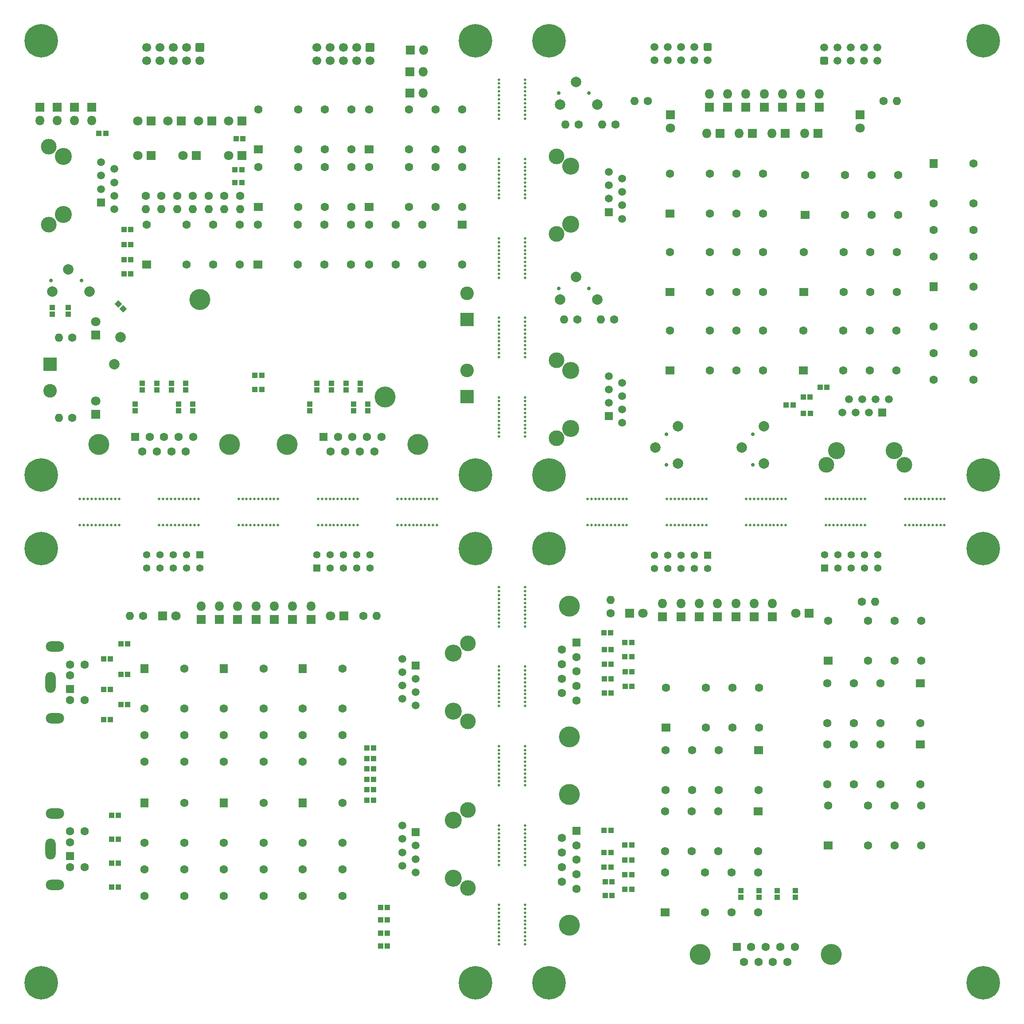
<source format=gbs>
G04 #@! TF.GenerationSoftware,KiCad,Pcbnew,(6.0.1)*
G04 #@! TF.CreationDate,2023-03-04T18:11:18-05:00*
G04 #@! TF.ProjectId,InterfaceModule,496e7465-7266-4616-9365-4d6f64756c65,rev?*
G04 #@! TF.SameCoordinates,Original*
G04 #@! TF.FileFunction,Soldermask,Bot*
G04 #@! TF.FilePolarity,Negative*
%FSLAX46Y46*%
G04 Gerber Fmt 4.6, Leading zero omitted, Abs format (unit mm)*
G04 Created by KiCad (PCBNEW (6.0.1)) date 2023-03-04 18:11:18*
%MOMM*%
%LPD*%
G01*
G04 APERTURE LIST*
G04 Aperture macros list*
%AMRoundRect*
0 Rectangle with rounded corners*
0 $1 Rounding radius*
0 $2 $3 $4 $5 $6 $7 $8 $9 X,Y pos of 4 corners*
0 Add a 4 corners polygon primitive as box body*
4,1,4,$2,$3,$4,$5,$6,$7,$8,$9,$2,$3,0*
0 Add four circle primitives for the rounded corners*
1,1,$1+$1,$2,$3*
1,1,$1+$1,$4,$5*
1,1,$1+$1,$6,$7*
1,1,$1+$1,$8,$9*
0 Add four rect primitives between the rounded corners*
20,1,$1+$1,$2,$3,$4,$5,0*
20,1,$1+$1,$4,$5,$6,$7,0*
20,1,$1+$1,$6,$7,$8,$9,0*
20,1,$1+$1,$8,$9,$2,$3,0*%
%AMRotRect*
0 Rectangle, with rotation*
0 The origin of the aperture is its center*
0 $1 length*
0 $2 width*
0 $3 Rotation angle, in degrees counterclockwise*
0 Add horizontal line*
21,1,$1,$2,0,0,$3*%
G04 Aperture macros list end*
%ADD10C,1.600000*%
%ADD11R,1.600000X1.800000*%
%ADD12O,1.600000X1.600000*%
%ADD13R,1.800000X1.800000*%
%ADD14O,1.800000X1.800000*%
%ADD15R,1.600000X1.600000*%
%ADD16O,3.500000X2.000000*%
%ADD17O,2.000000X4.000000*%
%ADD18C,1.800000*%
%ADD19C,6.400000*%
%ADD20RoundRect,0.205883X-0.494117X0.494117X-0.494117X-0.494117X0.494117X-0.494117X0.494117X0.494117X0*%
%ADD21C,1.400000*%
%ADD22RoundRect,0.205883X0.494117X-0.494117X0.494117X0.494117X-0.494117X0.494117X-0.494117X-0.494117X0*%
%ADD23C,0.500000*%
%ADD24R,1.800000X1.600000*%
%ADD25C,0.700000*%
%ADD26C,2.000000*%
%ADD27C,3.250000*%
%ADD28R,1.500000X1.500000*%
%ADD29C,1.500000*%
%ADD30C,3.000000*%
%ADD31C,2.010000*%
%ADD32C,4.000000*%
%ADD33R,2.600000X2.600000*%
%ADD34C,2.600000*%
%ADD35RoundRect,0.220589X-0.529411X0.529411X-0.529411X-0.529411X0.529411X-0.529411X0.529411X0.529411X0*%
%ADD36RoundRect,0.220589X0.529411X-0.529411X0.529411X0.529411X-0.529411X0.529411X-0.529411X-0.529411X0*%
%ADD37RoundRect,0.250000X-0.600000X0.600000X-0.600000X-0.600000X0.600000X-0.600000X0.600000X0.600000X0*%
%ADD38C,1.700000*%
%ADD39R,1.000000X1.000000*%
%ADD40RotRect,1.000000X1.000000X315.000000*%
G04 APERTURE END LIST*
D10*
X184525000Y-45065000D03*
X184525000Y-50145000D03*
X184525000Y-55225000D03*
X192145000Y-45065000D03*
X192145000Y-50145000D03*
X192145000Y-55225000D03*
D11*
X184525000Y-37445000D03*
D10*
X192145000Y-37445000D03*
X40000000Y-43655000D03*
D12*
X40000000Y-46195000D03*
D13*
X55052167Y-124557498D03*
D14*
X55052167Y-122017498D03*
D10*
X52000000Y-43655000D03*
D12*
X52000000Y-46195000D03*
D15*
X19475001Y-169751664D03*
D10*
X19475001Y-167151664D03*
X19475001Y-171851664D03*
X19475001Y-165051664D03*
X22275001Y-171851664D03*
X22275001Y-165051664D03*
D16*
X16625001Y-175301664D03*
D17*
X15825001Y-168451664D03*
D16*
X16625001Y-161601664D03*
D13*
X46571667Y-29300000D03*
D18*
X44031667Y-29300000D03*
D13*
X71875000Y-123900000D03*
D18*
X69335000Y-123900000D03*
D19*
X194000002Y-193999999D03*
D10*
X129945001Y-25500000D03*
D12*
X127405001Y-25500000D03*
D20*
X141336668Y-112250327D03*
D21*
X141336668Y-114790327D03*
X138796668Y-112250327D03*
X138796668Y-114790327D03*
X136256668Y-112250327D03*
X136256668Y-114790327D03*
X133716668Y-112250327D03*
X133716668Y-114790327D03*
X131176668Y-112250327D03*
X131176668Y-114790327D03*
D22*
X66663333Y-114714999D03*
D21*
X66663333Y-112174999D03*
X69203333Y-114714999D03*
X69203333Y-112174999D03*
X71743333Y-114714999D03*
X71743333Y-112174999D03*
X74283333Y-114714999D03*
X74283333Y-112174999D03*
X76823333Y-114714999D03*
X76823333Y-112174999D03*
D10*
X19945001Y-70700000D03*
D12*
X17405001Y-70700000D03*
D23*
X58500001Y-106500000D03*
X55500001Y-101500000D03*
X51750001Y-106500000D03*
X57000001Y-101500000D03*
X52500001Y-101500000D03*
X53250001Y-106500000D03*
X56250001Y-106500000D03*
X52500001Y-106500000D03*
X58500001Y-101500000D03*
X54000001Y-106500000D03*
X54000001Y-101500000D03*
X56250001Y-101500000D03*
X57750001Y-106500000D03*
X53250001Y-101500000D03*
X57750001Y-101500000D03*
X57000001Y-106500000D03*
X52500001Y-106500000D03*
X52500001Y-101500000D03*
X59250001Y-106500000D03*
X51750001Y-101500000D03*
X55500001Y-106500000D03*
X54750001Y-101500000D03*
X54750001Y-106500000D03*
X59250001Y-101500000D03*
D10*
X140802502Y-180500000D03*
X145882502Y-180500000D03*
X150962502Y-180500000D03*
X140802502Y-172880000D03*
X145882502Y-172880000D03*
X150962502Y-172880000D03*
D24*
X133182502Y-180500000D03*
D10*
X133182502Y-172880000D03*
D25*
X133518335Y-95000000D03*
X133518335Y-89210000D03*
D26*
X131383335Y-91710000D03*
X135653335Y-94750000D03*
X135653335Y-87660000D03*
D23*
X125150001Y-101500000D03*
X119900001Y-101500000D03*
X121400001Y-106500000D03*
X119150001Y-101500000D03*
X125150001Y-106500000D03*
X118400001Y-101500000D03*
X122150001Y-101500000D03*
X119150001Y-106500000D03*
X125900001Y-101500000D03*
X122900001Y-101500000D03*
X124400001Y-106500000D03*
X120650001Y-106500000D03*
X120650001Y-101500000D03*
X125900001Y-106500000D03*
X122900001Y-106500000D03*
X119150001Y-101500000D03*
X119150001Y-106500000D03*
X118400001Y-106500000D03*
X121400001Y-101500000D03*
X122150001Y-106500000D03*
X124400001Y-101500000D03*
X119900001Y-106500000D03*
X123650001Y-101500000D03*
X123650001Y-106500000D03*
X66925001Y-101500000D03*
X71425001Y-101500000D03*
X66925001Y-106500000D03*
X74425001Y-106500000D03*
X67675001Y-106500000D03*
X68425001Y-101500000D03*
X69925001Y-106500000D03*
X69925001Y-101500000D03*
X70675001Y-106500000D03*
X67675001Y-101500000D03*
X70675001Y-101500000D03*
X73675001Y-106500000D03*
X72175001Y-101500000D03*
X67675001Y-101500000D03*
X73675001Y-101500000D03*
X74425001Y-101500000D03*
X72175001Y-106500000D03*
X67675001Y-106500000D03*
X71425001Y-106500000D03*
X72925001Y-101500000D03*
X69175001Y-106500000D03*
X68425001Y-106500000D03*
X69175001Y-101500000D03*
X72925001Y-106500000D03*
D10*
X141802501Y-47000000D03*
X146882501Y-47000000D03*
X151962501Y-47000000D03*
X141802501Y-39380000D03*
X146882501Y-39380000D03*
X151962501Y-39380000D03*
D24*
X134182501Y-47000000D03*
D10*
X134182501Y-39380000D03*
D23*
X38825001Y-106500000D03*
X41825001Y-106500000D03*
X44075001Y-106500000D03*
X39575001Y-106500000D03*
X41075001Y-106500000D03*
X36575001Y-106500000D03*
X37325001Y-106500000D03*
X42575001Y-101500000D03*
X42575001Y-106500000D03*
X41075001Y-101500000D03*
X38825001Y-101500000D03*
X36575001Y-101500000D03*
X37325001Y-106500000D03*
X40325001Y-106500000D03*
X44075001Y-101500000D03*
X43325001Y-106500000D03*
X38075001Y-106500000D03*
X40325001Y-101500000D03*
X41825001Y-101500000D03*
X38075001Y-101500000D03*
X43325001Y-101500000D03*
X37325001Y-101500000D03*
X37325001Y-101500000D03*
X39575001Y-101500000D03*
D13*
X146750002Y-124047664D03*
D14*
X146750002Y-121507664D03*
D10*
X171985002Y-167702663D03*
X177065002Y-167702663D03*
X182145002Y-167702663D03*
X171985002Y-160082663D03*
X177065002Y-160082663D03*
X182145002Y-160082663D03*
D24*
X164365002Y-167702663D03*
D10*
X164365002Y-160082663D03*
X141802501Y-77000000D03*
X146882501Y-77000000D03*
X151962501Y-77000000D03*
X141802501Y-69380000D03*
X146882501Y-69380000D03*
X151962501Y-69380000D03*
D24*
X134182501Y-77000000D03*
D10*
X134182501Y-69380000D03*
D25*
X150000001Y-89210000D03*
X150000001Y-95000000D03*
D26*
X147865001Y-91710000D03*
X152135001Y-94750000D03*
X152135001Y-87660000D03*
D13*
X84500000Y-15800000D03*
D14*
X87040000Y-15800000D03*
D27*
X165970001Y-92295000D03*
X177030001Y-92295000D03*
D28*
X174712001Y-85025000D03*
D29*
X175987001Y-82475000D03*
X172162001Y-85025000D03*
X173437001Y-82475000D03*
X169612001Y-85025000D03*
X170887001Y-82475000D03*
X167062001Y-85025000D03*
X168337001Y-82475000D03*
D30*
X164065001Y-95030000D03*
X178935001Y-95030000D03*
D25*
X118685001Y-61272500D03*
X112895001Y-61272500D03*
D26*
X116185001Y-59137500D03*
X113145001Y-63407500D03*
X120235001Y-63407500D03*
D10*
X63078674Y-45750000D03*
X68158674Y-45750000D03*
X73238674Y-45750000D03*
X63078674Y-38130000D03*
X68158674Y-38130000D03*
X73238674Y-38130000D03*
D24*
X55458674Y-45750000D03*
D10*
X55458674Y-38130000D03*
D31*
X28000001Y-75762500D03*
X29200001Y-70662500D03*
D23*
X101499999Y-28150002D03*
X106499999Y-22150002D03*
X101499999Y-28900002D03*
X106499999Y-22900002D03*
X101499999Y-26650002D03*
X101499999Y-21400002D03*
X106499999Y-26650002D03*
X106499999Y-25900002D03*
X101499999Y-24400002D03*
X106499999Y-23650002D03*
X101499999Y-28150002D03*
X106499999Y-24400002D03*
X106499999Y-27400002D03*
X106499999Y-21400002D03*
X106499999Y-28150002D03*
X106499999Y-28900002D03*
X101499999Y-22150002D03*
X101499999Y-23650002D03*
X106499999Y-25150002D03*
X101499999Y-25900002D03*
X101499999Y-22900002D03*
X101499999Y-25150002D03*
X106499999Y-28150002D03*
X101499999Y-27400002D03*
D10*
X167620001Y-47262500D03*
X172700001Y-47262500D03*
X177780001Y-47262500D03*
X167620001Y-39642500D03*
X172700001Y-39642500D03*
X177780001Y-39642500D03*
D24*
X160000001Y-47262500D03*
D10*
X160000001Y-39642500D03*
X174380002Y-148477663D03*
X169300002Y-148477663D03*
X164220002Y-148477663D03*
X174380002Y-156097663D03*
X169300002Y-156097663D03*
X164220002Y-156097663D03*
D24*
X182000002Y-148477663D03*
D10*
X182000002Y-156097663D03*
D27*
X115205002Y-76970000D03*
X115205002Y-88030000D03*
D28*
X122475002Y-85712000D03*
D29*
X125025002Y-86987000D03*
X122475002Y-83162000D03*
X125025002Y-84437000D03*
X122475002Y-80612000D03*
X125025002Y-81887000D03*
X122475002Y-78062000D03*
X125025002Y-79337000D03*
D30*
X112470002Y-89935000D03*
X112470002Y-75065000D03*
D23*
X106500001Y-179849999D03*
X106500001Y-180599999D03*
X101500001Y-185849999D03*
X106500001Y-185849999D03*
X106500001Y-182099999D03*
X101500001Y-181349999D03*
X106500001Y-182849999D03*
X106500001Y-186599999D03*
X106500001Y-183599999D03*
X101500001Y-182099999D03*
X101500001Y-186599999D03*
X101500001Y-183599999D03*
X101500001Y-180599999D03*
X101500001Y-179849999D03*
X101500001Y-182849999D03*
X106500001Y-181349999D03*
X101500001Y-179099999D03*
X101500001Y-185099999D03*
X106500001Y-179099999D03*
X106500001Y-179849999D03*
X101500001Y-179849999D03*
X106500001Y-185099999D03*
X106500001Y-184349999D03*
X101500001Y-184349999D03*
D10*
X167300378Y-76994874D03*
X172380378Y-76994874D03*
X177460378Y-76994874D03*
X167300378Y-69374874D03*
X172380378Y-69374874D03*
X177460378Y-69374874D03*
D24*
X159680378Y-76994874D03*
D10*
X159680378Y-69374874D03*
X33762501Y-141564998D03*
X33762501Y-146644998D03*
X33762501Y-151724998D03*
X41382501Y-141564998D03*
X41382501Y-146644998D03*
X41382501Y-151724998D03*
D11*
X33762501Y-133944998D03*
D10*
X41382501Y-133944998D03*
D13*
X148653948Y-26684807D03*
D14*
X148653948Y-24144807D03*
D10*
X63078674Y-34750000D03*
X68158674Y-34750000D03*
X73238674Y-34750000D03*
X63078674Y-27130000D03*
X68158674Y-27130000D03*
X73238674Y-27130000D03*
D24*
X55458674Y-34750000D03*
D10*
X55458674Y-27130000D03*
D13*
X132750003Y-124030011D03*
D14*
X132750003Y-121490011D03*
D27*
X115205002Y-37970000D03*
X115205002Y-49030000D03*
D28*
X122475002Y-46712000D03*
D29*
X125025002Y-47987000D03*
X122475002Y-44162000D03*
X125025002Y-45437000D03*
X122475002Y-41612000D03*
X125025002Y-42887000D03*
X122475002Y-39062000D03*
X125025002Y-40337000D03*
D30*
X112470002Y-36065000D03*
X112470002Y-50935000D03*
D10*
X116470001Y-67262500D03*
D12*
X113930001Y-67262500D03*
D10*
X33500000Y-123900000D03*
D12*
X30960000Y-123900000D03*
D10*
X19945002Y-86000000D03*
D12*
X17405002Y-86000000D03*
D23*
X181350001Y-106500000D03*
X183600001Y-101500000D03*
X184350001Y-106500000D03*
X179850001Y-101500000D03*
X180600001Y-106500000D03*
X182100001Y-101500000D03*
X183600001Y-106500000D03*
X186600001Y-106500000D03*
X179100001Y-106500000D03*
X185850001Y-106500000D03*
X184350001Y-101500000D03*
X185100001Y-101500000D03*
X182850001Y-101500000D03*
X185850001Y-101500000D03*
X185100001Y-106500000D03*
X182100001Y-106500000D03*
X179100001Y-101500000D03*
X181350001Y-101500000D03*
X182850001Y-106500000D03*
X179850001Y-106500000D03*
X179850001Y-106500000D03*
X179850001Y-101500000D03*
X180600001Y-101500000D03*
X186600001Y-101500000D03*
D10*
X116720001Y-30000000D03*
D12*
X114180001Y-30000000D03*
D32*
X44300001Y-63462500D03*
X79700001Y-82062500D03*
D25*
X118685002Y-24010000D03*
X112895002Y-24010000D03*
D26*
X116185002Y-21875000D03*
X113145002Y-26145000D03*
X120235002Y-26145000D03*
D10*
X34000000Y-43654999D03*
D12*
X34000000Y-46194999D03*
D20*
X44330001Y-112222498D03*
D21*
X44330001Y-114762498D03*
X41790001Y-112222498D03*
X41790001Y-114762498D03*
X39250001Y-112222498D03*
X39250001Y-114762498D03*
X36710001Y-112222498D03*
X36710001Y-114762498D03*
X34170001Y-112222498D03*
X34170001Y-114762498D03*
D13*
X136250002Y-124047662D03*
D14*
X136250002Y-121507662D03*
D19*
X111000002Y-14000000D03*
D13*
X84454999Y-19900000D03*
D14*
X86994999Y-19900000D03*
D33*
X15695001Y-75830001D03*
D34*
X15695001Y-80830001D03*
D32*
X49990001Y-91089670D03*
X24990001Y-91089670D03*
D15*
X31950001Y-89669670D03*
D10*
X34720001Y-89669670D03*
X37490001Y-89669670D03*
X40260001Y-89669670D03*
X43030001Y-89669670D03*
X33335001Y-92509670D03*
X36105001Y-92509670D03*
X38875001Y-92509670D03*
X41645001Y-92509670D03*
X170855000Y-121200000D03*
D12*
X173395000Y-121200000D03*
D23*
X165425001Y-101500000D03*
X167675001Y-101500000D03*
X166175001Y-101500000D03*
X164675001Y-101500000D03*
X164675001Y-106500000D03*
X167675001Y-106500000D03*
X163925001Y-106500000D03*
X164675001Y-101500000D03*
X166925001Y-106500000D03*
X170675001Y-101500000D03*
X171425001Y-106500000D03*
X165425001Y-106500000D03*
X169175001Y-106500000D03*
X170675001Y-106500000D03*
X169925001Y-101500000D03*
X169925001Y-106500000D03*
X166925001Y-101500000D03*
X168425001Y-101500000D03*
X166175001Y-106500000D03*
X168425001Y-106500000D03*
X163925001Y-101500000D03*
X164675001Y-106500000D03*
X169175001Y-101500000D03*
X171425001Y-101500000D03*
D35*
X141380001Y-15210000D03*
D29*
X141380001Y-17750000D03*
X138840001Y-15210000D03*
X138840001Y-17750000D03*
X136300001Y-15210000D03*
X136300001Y-17750000D03*
X133760001Y-15210000D03*
X133760001Y-17750000D03*
X131220001Y-15210000D03*
X131220001Y-17750000D03*
D13*
X159153948Y-26684807D03*
D14*
X159153948Y-24144807D03*
D13*
X44552167Y-124539847D03*
D14*
X44552167Y-121999847D03*
D10*
X37000000Y-43655000D03*
D12*
X37000000Y-46195000D03*
D19*
X97000001Y-14000001D03*
D13*
X35040000Y-35900000D03*
D18*
X32500000Y-35900000D03*
D13*
X24400000Y-85400000D03*
D18*
X24400000Y-82860000D03*
D10*
X46000000Y-43655000D03*
D12*
X46000000Y-46195000D03*
D13*
X84454999Y-24000000D03*
D14*
X86994999Y-24000000D03*
D10*
X143447502Y-149525000D03*
X138367502Y-149525000D03*
X133287502Y-149525000D03*
X143447502Y-157145000D03*
X138367502Y-157145000D03*
X133287502Y-157145000D03*
D24*
X151067502Y-149525000D03*
D10*
X151067502Y-157145000D03*
D13*
X153750002Y-124047663D03*
D14*
X153750002Y-121507663D03*
D27*
X92795001Y-173971664D03*
X92795001Y-162911664D03*
D28*
X85525001Y-165229664D03*
D29*
X82975001Y-163954664D03*
X85525001Y-167779664D03*
X82975001Y-166504664D03*
X85525001Y-170329664D03*
X82975001Y-169054664D03*
X85525001Y-172879664D03*
X82975001Y-171604664D03*
D30*
X95530001Y-175876664D03*
X95530001Y-161006664D03*
D13*
X13750001Y-26717500D03*
D14*
X13750001Y-29257500D03*
D13*
X143697283Y-31639807D03*
D14*
X141157283Y-31639807D03*
D13*
X62052167Y-124557498D03*
D14*
X62052167Y-122017498D03*
D32*
X114910333Y-121989999D03*
X114910333Y-146989999D03*
D15*
X116330333Y-128949999D03*
D10*
X116330333Y-131719999D03*
X116330333Y-134489999D03*
X116330333Y-137259999D03*
X116330333Y-140029999D03*
X113490333Y-130334999D03*
X113490333Y-133104999D03*
X113490333Y-135874999D03*
X113490333Y-138644999D03*
X43000000Y-43660000D03*
D12*
X43000000Y-46200000D03*
D10*
X123470001Y-67262500D03*
D12*
X120930001Y-67262500D03*
D10*
X49000000Y-43655000D03*
D12*
X49000000Y-46195000D03*
D23*
X101500000Y-88850002D03*
X101500000Y-83600002D03*
X101500000Y-88100002D03*
X106500000Y-88850002D03*
X101500000Y-85100002D03*
X106500000Y-89600002D03*
X101500000Y-85850002D03*
X101500000Y-82100002D03*
X106500000Y-84350002D03*
X106500000Y-82850002D03*
X106500000Y-88850002D03*
X106500000Y-83600002D03*
X101500000Y-84350002D03*
X106500000Y-86600002D03*
X106500000Y-82100002D03*
X106500000Y-87350002D03*
X101500000Y-88850002D03*
X106500000Y-85850002D03*
X101500000Y-82850002D03*
X101500000Y-89600002D03*
X106500000Y-85100002D03*
X101500000Y-86600002D03*
X101500000Y-87350002D03*
X106500000Y-88100002D03*
X106500000Y-55500002D03*
X101500000Y-51750002D03*
X101500000Y-57750002D03*
X101500000Y-55500002D03*
X101500000Y-52500002D03*
X101500000Y-54750002D03*
X101500000Y-56250002D03*
X101500000Y-59250002D03*
X101500000Y-53250002D03*
X106500000Y-54000002D03*
X106500000Y-57750002D03*
X101500000Y-58500002D03*
X106500000Y-54750002D03*
X106500000Y-59250002D03*
X106500000Y-51750002D03*
X106500000Y-53250002D03*
X101500000Y-54000002D03*
X106500000Y-58500002D03*
X106500000Y-58500002D03*
X106500000Y-52500002D03*
X106500000Y-56250002D03*
X106500000Y-57000002D03*
X101500000Y-57000002D03*
X101500000Y-58500002D03*
D19*
X194000002Y-110999999D03*
D13*
X149945001Y-31639807D03*
D14*
X147405001Y-31639807D03*
D13*
X65552167Y-124557498D03*
D14*
X65552167Y-122017498D03*
D10*
X86835646Y-49120850D03*
X81755646Y-49120850D03*
X76675646Y-49120850D03*
X86835646Y-56740850D03*
X81755646Y-56740850D03*
X76675646Y-56740850D03*
D24*
X94455646Y-49120850D03*
D10*
X94455646Y-56740850D03*
D36*
X163600001Y-17762500D03*
D29*
X163600001Y-15222500D03*
X166140001Y-17762500D03*
X166140001Y-15222500D03*
X168680001Y-17762500D03*
X168680001Y-15222500D03*
X171220001Y-17762500D03*
X171220001Y-15222500D03*
X173760001Y-17762500D03*
X173760001Y-15222500D03*
D13*
X156193948Y-31639807D03*
D14*
X153653948Y-31639807D03*
D33*
X95400001Y-82012500D03*
D34*
X95400001Y-77012500D03*
D32*
X114910333Y-157989999D03*
X114910333Y-182989999D03*
D15*
X116330333Y-164949999D03*
D10*
X116330333Y-167719999D03*
X116330333Y-170489999D03*
X116330333Y-173259999D03*
X116330333Y-176029999D03*
X113490333Y-166334999D03*
X113490333Y-169104999D03*
X113490333Y-171874999D03*
X113490333Y-174644999D03*
D32*
X60990001Y-91089670D03*
X85990001Y-91089670D03*
D15*
X67950001Y-89669670D03*
D10*
X70720001Y-89669670D03*
X73490001Y-89669670D03*
X76260001Y-89669670D03*
X79030001Y-89669670D03*
X69335001Y-92509670D03*
X72105001Y-92509670D03*
X74875001Y-92509670D03*
X77645001Y-92509670D03*
D19*
X194000002Y-97000000D03*
D23*
X139575001Y-101500000D03*
X140325001Y-106500000D03*
X136575001Y-101500000D03*
X141075001Y-101500000D03*
X134325001Y-101500000D03*
X138075001Y-106500000D03*
X134325001Y-106500000D03*
X133575001Y-101500000D03*
X135075001Y-101500000D03*
X135075001Y-106500000D03*
X140325001Y-101500000D03*
X137325001Y-101500000D03*
X134325001Y-101500000D03*
X139575001Y-106500000D03*
X136575001Y-106500000D03*
X135825001Y-101500000D03*
X138075001Y-101500000D03*
X138825001Y-101500000D03*
X135825001Y-106500000D03*
X141075001Y-106500000D03*
X133575001Y-106500000D03*
X138825001Y-106500000D03*
X137325001Y-106500000D03*
X134325001Y-106500000D03*
D13*
X126425000Y-123400000D03*
D18*
X128965000Y-123400000D03*
D10*
X84328674Y-45750000D03*
X89408674Y-45750000D03*
X94488674Y-45750000D03*
X84328674Y-38130000D03*
X89408674Y-38130000D03*
X94488674Y-38130000D03*
D24*
X76708674Y-45750000D03*
D10*
X76708674Y-38130000D03*
X123720001Y-30000000D03*
D12*
X121180001Y-30000000D03*
D23*
X101500000Y-135074999D03*
X101500000Y-138824999D03*
X106500000Y-134324999D03*
X101500000Y-141074999D03*
X106500000Y-133574999D03*
X101500000Y-136574999D03*
X101500000Y-134324999D03*
X101500000Y-133574999D03*
X101500000Y-139574999D03*
X101500000Y-134324999D03*
X101500000Y-138074999D03*
X106500000Y-137324999D03*
X106500000Y-138074999D03*
X101500000Y-135824999D03*
X106500000Y-139574999D03*
X106500000Y-136574999D03*
X106500000Y-138824999D03*
X106500000Y-135074999D03*
X101500000Y-140324999D03*
X106500000Y-134324999D03*
X101500000Y-137324999D03*
X106500000Y-141074999D03*
X106500000Y-140324999D03*
X106500000Y-135824999D03*
D10*
X141802501Y-62000000D03*
X146882501Y-62000000D03*
X151962501Y-62000000D03*
X141802501Y-54380000D03*
X146882501Y-54380000D03*
X151962501Y-54380000D03*
D24*
X134182501Y-62000000D03*
D10*
X134182501Y-54380000D03*
D19*
X111000002Y-97000000D03*
D37*
X44330001Y-15260000D03*
D38*
X44330001Y-17800000D03*
X41790001Y-15260000D03*
X41790001Y-17800000D03*
X39250001Y-15260000D03*
X39250001Y-17800000D03*
X36710001Y-15260000D03*
X36710001Y-17800000D03*
X34170001Y-15260000D03*
X34170001Y-17800000D03*
D10*
X122800000Y-123400000D03*
D12*
X122800000Y-120860000D03*
D10*
X174380002Y-136727663D03*
X169300002Y-136727663D03*
X164220002Y-136727663D03*
X174380002Y-144347663D03*
X169300002Y-144347663D03*
X164220002Y-144347663D03*
D24*
X182000002Y-136727663D03*
D10*
X182000002Y-144347663D03*
D22*
X163663334Y-114752663D03*
D21*
X163663334Y-112212663D03*
X166203334Y-114752663D03*
X166203334Y-112212663D03*
X168743334Y-114752663D03*
X168743334Y-112212663D03*
X171283334Y-114752663D03*
X171283334Y-112212663D03*
X173823334Y-114752663D03*
X173823334Y-112212663D03*
D13*
X143250001Y-124047661D03*
D14*
X143250001Y-121507661D03*
D23*
X21400001Y-106500000D03*
X25150001Y-101500000D03*
X24400001Y-106500000D03*
X27400001Y-101500000D03*
X25900001Y-101500000D03*
X28150001Y-101500000D03*
X23650001Y-101500000D03*
X23650001Y-106500000D03*
X22900001Y-101500000D03*
X26650001Y-101500000D03*
X28900001Y-106500000D03*
X22150001Y-101500000D03*
X25900001Y-106500000D03*
X22900001Y-106500000D03*
X22150001Y-106500000D03*
X27400001Y-106500000D03*
X28150001Y-106500000D03*
X22150001Y-101500000D03*
X28900001Y-101500000D03*
X26650001Y-106500000D03*
X21400001Y-101500000D03*
X24400001Y-101500000D03*
X25150001Y-106500000D03*
X22150001Y-106500000D03*
D10*
X48881251Y-167244164D03*
X48881251Y-172324164D03*
X48881251Y-177404164D03*
X56501251Y-167244164D03*
X56501251Y-172324164D03*
X56501251Y-177404164D03*
D11*
X48881251Y-159624164D03*
D10*
X56501251Y-159624164D03*
D15*
X19475001Y-137868332D03*
D10*
X19475001Y-135268332D03*
X19475001Y-139968332D03*
X19475001Y-133168332D03*
X22275001Y-139968332D03*
X22275001Y-133168332D03*
D16*
X16625001Y-143418332D03*
D17*
X15825001Y-136568332D03*
D16*
X16625001Y-129718332D03*
D32*
X139949998Y-188589669D03*
X164949998Y-188589669D03*
D15*
X146909998Y-187169669D03*
D10*
X149679998Y-187169669D03*
X152449998Y-187169669D03*
X155219998Y-187169669D03*
X157989998Y-187169669D03*
X148294998Y-190009669D03*
X151064998Y-190009669D03*
X153834998Y-190009669D03*
X156604998Y-190009669D03*
D13*
X52350000Y-29300000D03*
D18*
X49810000Y-29300000D03*
D13*
X160775000Y-123400000D03*
D18*
X158235000Y-123400000D03*
D23*
X101500000Y-73675002D03*
X101500000Y-67675002D03*
X101500000Y-72925002D03*
X106500000Y-73675002D03*
X106500000Y-69925002D03*
X106500000Y-67675002D03*
X106500000Y-71425002D03*
X101500000Y-71425002D03*
X106500000Y-68425002D03*
X106500000Y-74425002D03*
X106500000Y-73675002D03*
X101500000Y-69925002D03*
X101500000Y-68425002D03*
X101500000Y-69175002D03*
X106500000Y-72925002D03*
X106500000Y-70675002D03*
X101500000Y-73675002D03*
X101500000Y-72175002D03*
X101500000Y-70675002D03*
X101500000Y-66925002D03*
X106500000Y-66925002D03*
X106500000Y-69175002D03*
X101500000Y-74425002D03*
X106500000Y-72175002D03*
D13*
X58552167Y-124557498D03*
D14*
X58552167Y-122017498D03*
D10*
X84328674Y-34750000D03*
X89408674Y-34750000D03*
X94488674Y-34750000D03*
X84328674Y-27130000D03*
X89408674Y-27130000D03*
X94488674Y-27130000D03*
D24*
X76708674Y-34750000D03*
D10*
X76708674Y-27130000D03*
D13*
X48052167Y-124557498D03*
D14*
X48052167Y-122017498D03*
D13*
X145153948Y-26684807D03*
D14*
X145153948Y-24144807D03*
D13*
X51552167Y-124557498D03*
D14*
X51552167Y-122017498D03*
D13*
X150250002Y-124047662D03*
D14*
X150250002Y-121507662D03*
D10*
X174955000Y-25500000D03*
D12*
X177495000Y-25500000D03*
D10*
X167302501Y-62000000D03*
X172382501Y-62000000D03*
X177462501Y-62000000D03*
X167302501Y-54380000D03*
X172382501Y-54380000D03*
X177462501Y-54380000D03*
D24*
X159682501Y-62000000D03*
D10*
X159682501Y-54380000D03*
X143380002Y-161262500D03*
X138300002Y-161262500D03*
X133220002Y-161262500D03*
X143380002Y-168882500D03*
X138300002Y-168882500D03*
X133220002Y-168882500D03*
D24*
X151000002Y-161262500D03*
D10*
X151000002Y-168882500D03*
X141052502Y-145250000D03*
X146132502Y-145250000D03*
X151212502Y-145250000D03*
X141052502Y-137630000D03*
X146132502Y-137630000D03*
X151212502Y-137630000D03*
D24*
X133432502Y-145250000D03*
D10*
X133432502Y-137630000D03*
D13*
X134200000Y-28125000D03*
D18*
X134200000Y-30665000D03*
D13*
X37179999Y-123900000D03*
D18*
X39719999Y-123900000D03*
D37*
X76823333Y-15260000D03*
D38*
X76823333Y-17800000D03*
X74283333Y-15260000D03*
X74283333Y-17800000D03*
X71743333Y-15260000D03*
X71743333Y-17800000D03*
X69203333Y-15260000D03*
X69203333Y-17800000D03*
X66663333Y-15260000D03*
X66663333Y-17800000D03*
D10*
X48880001Y-141564998D03*
X48880001Y-146644998D03*
X48880001Y-151724998D03*
X56500001Y-141564998D03*
X56500001Y-146644998D03*
X56500001Y-151724998D03*
D11*
X48880001Y-133944998D03*
D10*
X56500001Y-133944998D03*
X63052501Y-56750000D03*
X68132501Y-56750000D03*
X73212501Y-56750000D03*
X63052501Y-49130000D03*
X68132501Y-49130000D03*
X73212501Y-49130000D03*
D24*
X55432501Y-56750000D03*
D10*
X55432501Y-49130000D03*
D19*
X97000001Y-193999999D03*
X194000002Y-14000000D03*
D13*
X139750002Y-124047663D03*
D14*
X139750002Y-121507663D03*
D13*
X162442283Y-31639807D03*
D14*
X159902283Y-31639807D03*
D19*
X111000002Y-193999999D03*
D10*
X75554999Y-123900000D03*
D12*
X78094999Y-123900000D03*
D19*
X14000001Y-97000001D03*
D25*
X15895001Y-59772500D03*
X21685001Y-59772500D03*
D26*
X19185001Y-57637500D03*
X16145001Y-61907500D03*
X23235001Y-61907500D03*
D23*
X106500000Y-152499999D03*
X101500000Y-149499999D03*
X101500000Y-150249999D03*
X106500000Y-155499999D03*
X101500000Y-152499999D03*
X101500000Y-153999999D03*
X101500000Y-153249999D03*
X101500000Y-151749999D03*
X101500000Y-156249999D03*
X106500000Y-156249999D03*
X101500000Y-148749999D03*
X101500000Y-150999999D03*
X106500000Y-149499999D03*
X106500000Y-148749999D03*
X101500000Y-155499999D03*
X106500000Y-153999999D03*
X106500000Y-150999999D03*
X106500000Y-153249999D03*
X106500000Y-154749999D03*
X101500000Y-154749999D03*
X106500000Y-151749999D03*
X106500000Y-150249999D03*
X101500000Y-149499999D03*
X106500000Y-149499999D03*
D10*
X64000001Y-167244164D03*
X64000001Y-172324164D03*
X64000001Y-177404164D03*
X71620001Y-167244164D03*
X71620001Y-172324164D03*
X71620001Y-177404164D03*
D11*
X64000001Y-159624164D03*
D10*
X71620001Y-159624164D03*
D13*
X24400000Y-70175000D03*
D18*
X24400000Y-67635000D03*
D13*
X17100000Y-26717500D03*
D14*
X17100000Y-29257500D03*
D13*
X162653948Y-26684807D03*
D14*
X162653948Y-24144807D03*
D33*
X95400001Y-67262500D03*
D34*
X95400001Y-62262500D03*
D13*
X152153948Y-26684807D03*
D14*
X152153948Y-24144807D03*
D13*
X170500000Y-28125000D03*
D18*
X170500000Y-30665000D03*
D23*
X101500000Y-125149999D03*
X101500000Y-124399999D03*
X106500000Y-122149999D03*
X106500000Y-125149999D03*
X101500000Y-122149999D03*
X101500000Y-119149999D03*
X106500000Y-122899999D03*
X101500000Y-119899999D03*
X101500000Y-120649999D03*
X101500000Y-121399999D03*
X101500000Y-119149999D03*
X106500000Y-123649999D03*
X101500000Y-125899999D03*
X106500000Y-125899999D03*
X106500000Y-121399999D03*
X106500000Y-119899999D03*
X106500000Y-120649999D03*
X101500000Y-123649999D03*
X101500000Y-122899999D03*
X106500000Y-118399999D03*
X106500000Y-119149999D03*
X101500000Y-118399999D03*
X106500000Y-119149999D03*
X106500000Y-124399999D03*
D19*
X97000001Y-110999999D03*
D13*
X43675000Y-35900000D03*
D18*
X41135000Y-35900000D03*
D23*
X101500000Y-166174999D03*
X106500000Y-166924999D03*
X101500000Y-166924999D03*
X106500000Y-166174999D03*
X101500000Y-169924999D03*
X101500000Y-164674999D03*
X101500000Y-170674999D03*
X101500000Y-165424999D03*
X106500000Y-169174999D03*
X101500000Y-163924999D03*
X106500000Y-171424999D03*
X106500000Y-168424999D03*
X106500000Y-164674999D03*
X106500000Y-165424999D03*
X101500000Y-169174999D03*
X106500000Y-169924999D03*
X106500000Y-170674999D03*
X101500000Y-164674999D03*
X106500000Y-167674999D03*
X101500000Y-167674999D03*
X101500000Y-168424999D03*
X106500000Y-164674999D03*
X106500000Y-163924999D03*
X101500000Y-171424999D03*
D10*
X171985002Y-132440163D03*
X177065002Y-132440163D03*
X182145002Y-132440163D03*
X171985002Y-124820163D03*
X177065002Y-124820163D03*
X182145002Y-124820163D03*
D24*
X164365002Y-132440163D03*
D10*
X164365002Y-124820163D03*
D13*
X35015001Y-29300000D03*
D18*
X32475001Y-29300000D03*
D13*
X141653948Y-26684807D03*
D14*
X141653948Y-24144807D03*
D19*
X14000001Y-110999999D03*
D10*
X184500001Y-68632500D03*
X184500001Y-73712500D03*
X184500001Y-78792500D03*
X192120001Y-68632500D03*
X192120001Y-73712500D03*
X192120001Y-78792500D03*
D11*
X184500001Y-61012500D03*
D10*
X192120001Y-61012500D03*
D13*
X155653948Y-26684807D03*
D14*
X155653948Y-24144807D03*
D19*
X14000001Y-193999999D03*
D13*
X20400000Y-26717500D03*
D14*
X20400000Y-29257500D03*
D10*
X64000001Y-141564998D03*
X64000001Y-146644998D03*
X64000001Y-151724998D03*
X71620001Y-141564998D03*
X71620001Y-146644998D03*
X71620001Y-151724998D03*
D11*
X64000001Y-133944998D03*
D10*
X71620001Y-133944998D03*
D13*
X23700000Y-26717500D03*
D14*
X23700000Y-29257500D03*
D19*
X111000002Y-110999999D03*
D13*
X40793334Y-29300000D03*
D18*
X38253334Y-29300000D03*
D13*
X52375000Y-35900000D03*
D18*
X49835000Y-35900000D03*
D19*
X97000001Y-97000001D03*
D10*
X33762501Y-167244164D03*
X33762501Y-172324164D03*
X33762501Y-177404164D03*
X41382501Y-167244164D03*
X41382501Y-172324164D03*
X41382501Y-177404164D03*
D11*
X33762501Y-159624164D03*
D10*
X41382501Y-159624164D03*
D23*
X151750001Y-106500000D03*
X149500001Y-106500000D03*
X154750001Y-101500000D03*
X155500001Y-101500000D03*
X154000001Y-101500000D03*
X156250001Y-106500000D03*
X152500001Y-101500000D03*
X148750001Y-106500000D03*
X148750001Y-101500000D03*
X154000001Y-106500000D03*
X154750001Y-106500000D03*
X150250001Y-106500000D03*
X150250001Y-101500000D03*
X149500001Y-106500000D03*
X155500001Y-106500000D03*
X151000001Y-106500000D03*
X149500001Y-101500000D03*
X152500001Y-106500000D03*
X153250001Y-101500000D03*
X149500001Y-101500000D03*
X153250001Y-106500000D03*
X151750001Y-101500000D03*
X151000001Y-101500000D03*
X156250001Y-101500000D03*
D10*
X41802501Y-56750000D03*
X46882501Y-56750000D03*
X51962501Y-56750000D03*
X41802501Y-49130000D03*
X46882501Y-49130000D03*
X51962501Y-49130000D03*
D24*
X34182501Y-56750000D03*
D10*
X34182501Y-49130000D03*
D27*
X92795001Y-142088332D03*
X92795001Y-131028332D03*
D28*
X85525001Y-133346332D03*
D29*
X82975001Y-132071332D03*
X85525001Y-135896332D03*
X82975001Y-134621332D03*
X85525001Y-138446332D03*
X82975001Y-137171332D03*
X85525001Y-140996332D03*
X82975001Y-139721332D03*
D30*
X95530001Y-143993332D03*
X95530001Y-129123332D03*
D23*
X85100001Y-106500000D03*
X88850001Y-106500000D03*
X84350001Y-101500000D03*
X86600001Y-101500000D03*
X88100001Y-106500000D03*
X84350001Y-106500000D03*
X82850001Y-101500000D03*
X83600001Y-101500000D03*
X82850001Y-106500000D03*
X89600001Y-106500000D03*
X89600001Y-101500000D03*
X87350001Y-106500000D03*
X87350001Y-101500000D03*
X82100001Y-101500000D03*
X86600001Y-106500000D03*
X85100001Y-101500000D03*
X83600001Y-106500000D03*
X85850001Y-106500000D03*
X82100001Y-106500000D03*
X88100001Y-101500000D03*
X88850001Y-101500000D03*
X82850001Y-101500000D03*
X85850001Y-101500000D03*
X82850001Y-106500000D03*
D27*
X18205001Y-36120500D03*
X18205001Y-47180500D03*
D28*
X25475001Y-44862500D03*
D29*
X28025001Y-46137500D03*
X25475001Y-42312500D03*
X28025001Y-43587500D03*
X25475001Y-39762500D03*
X28025001Y-41037500D03*
X25475001Y-37212500D03*
X28025001Y-38487500D03*
D30*
X15470001Y-49085500D03*
X15470001Y-34215500D03*
D23*
X106500000Y-43325002D03*
X101500000Y-41825002D03*
X101500000Y-38075002D03*
X106500000Y-39575002D03*
X106500000Y-37325002D03*
X101500000Y-42575002D03*
X101500000Y-44075002D03*
X106500000Y-36575002D03*
X101500000Y-39575002D03*
X101500000Y-41075002D03*
X106500000Y-41825002D03*
X101500000Y-38825002D03*
X106500000Y-40325002D03*
X106500000Y-43325002D03*
X101500000Y-36575002D03*
X106500000Y-44075002D03*
X106500000Y-38075002D03*
X106500000Y-42575002D03*
X101500000Y-40325002D03*
X106500000Y-38825002D03*
X101500000Y-43325002D03*
X101500000Y-37325002D03*
X101500000Y-43325002D03*
X106500000Y-41075002D03*
D19*
X14000001Y-14000001D03*
D39*
X78853999Y-181994203D03*
X80153999Y-181994203D03*
X121754001Y-177296866D03*
X123054001Y-177296866D03*
X76405797Y-83416499D03*
X76405797Y-84716499D03*
X51253999Y-32694203D03*
X52553999Y-32694203D03*
X78853999Y-184494203D03*
X80153999Y-184494203D03*
X33294204Y-80708501D03*
X33294204Y-79408501D03*
X78853999Y-179556701D03*
X80153999Y-179556701D03*
X156354000Y-83556703D03*
X157654000Y-83556703D03*
X16105797Y-64953999D03*
X16105797Y-66253999D03*
X41594203Y-80708501D03*
X41594203Y-79408501D03*
X147694205Y-177648664D03*
X147694205Y-176348664D03*
X54853999Y-77894203D03*
X56153999Y-77894203D03*
X77546001Y-159105797D03*
X76246001Y-159105797D03*
X28746002Y-175668295D03*
X27446002Y-175668295D03*
X159654000Y-85156703D03*
X160954000Y-85156703D03*
X77546001Y-149105797D03*
X76246001Y-149105797D03*
X36094204Y-80708501D03*
X36094204Y-79408501D03*
X164146002Y-80198834D03*
X162846002Y-80198834D03*
D40*
X28747308Y-64301609D03*
X29666547Y-65220848D03*
D39*
X77546001Y-157105797D03*
X76246001Y-157105797D03*
X121754001Y-174696866D03*
X123054001Y-174696866D03*
X121554001Y-171896866D03*
X122854001Y-171896866D03*
X151160871Y-177648664D03*
X151160871Y-176348664D03*
X30546002Y-140788295D03*
X29246002Y-140788295D03*
X126846003Y-128974837D03*
X125546003Y-128974837D03*
X69505797Y-79416499D03*
X69505797Y-80716499D03*
X27246002Y-137908295D03*
X25946002Y-137908295D03*
X77546001Y-153105797D03*
X76246001Y-153105797D03*
X77546001Y-155105797D03*
X76246001Y-155105797D03*
X27246002Y-143668295D03*
X25946002Y-143668295D03*
X160946002Y-82068297D03*
X159646002Y-82068297D03*
X65305797Y-83416499D03*
X65305797Y-84716499D03*
X122846003Y-127108460D03*
X121546003Y-127108460D03*
X77546001Y-151105797D03*
X76246001Y-151105797D03*
X29853999Y-52934203D03*
X31153999Y-52934203D03*
X51053999Y-38594203D03*
X52353999Y-38594203D03*
X27454000Y-161956701D03*
X28754000Y-161956701D03*
X29853999Y-58494203D03*
X31153999Y-58494203D03*
X121554001Y-169096866D03*
X122854001Y-169096866D03*
X126900002Y-134508460D03*
X125600002Y-134508460D03*
X154627537Y-177646001D03*
X154627537Y-176346001D03*
X121554001Y-164896866D03*
X122854001Y-164896866D03*
X125554001Y-167696866D03*
X126854001Y-167696866D03*
X125554001Y-176096866D03*
X126854001Y-176096866D03*
X75005797Y-79416499D03*
X75005797Y-80716499D03*
X54853999Y-80594203D03*
X56153999Y-80594203D03*
X122892004Y-135908460D03*
X121592004Y-135908460D03*
X31994204Y-84708501D03*
X31994204Y-83408501D03*
X78853999Y-186994203D03*
X80153999Y-186994203D03*
X27454000Y-166523367D03*
X28754000Y-166523367D03*
X38894203Y-80708501D03*
X38894203Y-79408501D03*
X29853999Y-50094203D03*
X31153999Y-50094203D03*
X29254000Y-135016701D03*
X30554000Y-135016701D03*
X125554001Y-173296866D03*
X126854001Y-173296866D03*
X28746002Y-171101627D03*
X27446002Y-171101627D03*
X122892004Y-130308460D03*
X121592004Y-130308460D03*
X25954000Y-132136701D03*
X27254000Y-132136701D03*
X73705797Y-83416499D03*
X73705797Y-84716499D03*
X126900002Y-137302663D03*
X125600002Y-137302663D03*
X125554001Y-170496866D03*
X126854001Y-170496866D03*
X29853999Y-55794203D03*
X31153999Y-55794203D03*
X40294203Y-84708501D03*
X40294203Y-83408501D03*
X29254000Y-129256701D03*
X30554000Y-129256701D03*
X122892004Y-133108460D03*
X121592004Y-133108460D03*
X66705797Y-79416499D03*
X66705797Y-80716499D03*
X158094203Y-177646001D03*
X158094203Y-176346001D03*
X126846003Y-131708460D03*
X125546003Y-131708460D03*
X42994203Y-84708501D03*
X42994203Y-83408501D03*
X72305797Y-79416499D03*
X72305797Y-80716499D03*
X51053999Y-41094203D03*
X52353999Y-41094203D03*
X19175799Y-64953999D03*
X19175799Y-66253999D03*
X25053999Y-31694203D03*
X26353999Y-31694203D03*
X122900002Y-138656772D03*
X121600002Y-138656772D03*
M02*

</source>
